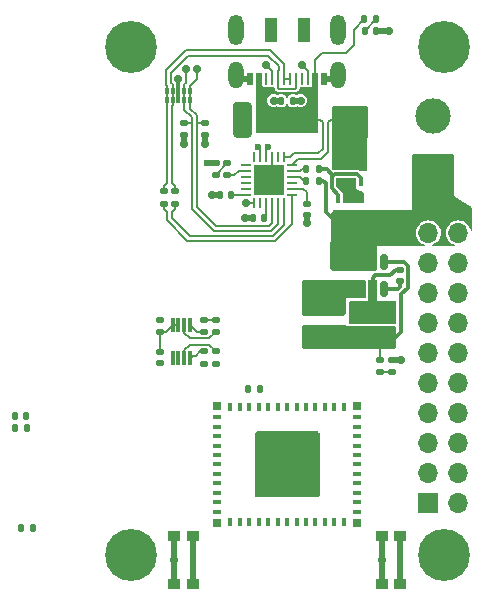
<source format=gbr>
%TF.GenerationSoftware,KiCad,Pcbnew,8.0.6*%
%TF.CreationDate,2024-11-24T23:38:19+01:00*%
%TF.ProjectId,ecad,65636164-2e6b-4696-9361-645f70636258,rev?*%
%TF.SameCoordinates,Original*%
%TF.FileFunction,Copper,L1,Top*%
%TF.FilePolarity,Positive*%
%FSLAX46Y46*%
G04 Gerber Fmt 4.6, Leading zero omitted, Abs format (unit mm)*
G04 Created by KiCad (PCBNEW 8.0.6) date 2024-11-24 23:38:19*
%MOMM*%
%LPD*%
G01*
G04 APERTURE LIST*
G04 Aperture macros list*
%AMRoundRect*
0 Rectangle with rounded corners*
0 $1 Rounding radius*
0 $2 $3 $4 $5 $6 $7 $8 $9 X,Y pos of 4 corners*
0 Add a 4 corners polygon primitive as box body*
4,1,4,$2,$3,$4,$5,$6,$7,$8,$9,$2,$3,0*
0 Add four circle primitives for the rounded corners*
1,1,$1+$1,$2,$3*
1,1,$1+$1,$4,$5*
1,1,$1+$1,$6,$7*
1,1,$1+$1,$8,$9*
0 Add four rect primitives between the rounded corners*
20,1,$1+$1,$2,$3,$4,$5,0*
20,1,$1+$1,$4,$5,$6,$7,0*
20,1,$1+$1,$6,$7,$8,$9,0*
20,1,$1+$1,$8,$9,$2,$3,0*%
%AMFreePoly0*
4,1,17,1.395000,0.765000,0.855000,0.765000,0.855000,0.535000,1.395000,0.535000,1.395000,0.115000,0.855000,0.115000,0.855000,-0.115000,1.395000,-0.115000,1.395000,-0.535000,0.855000,-0.535000,0.855000,-0.765000,1.395000,-0.765000,1.395000,-1.185000,-0.855000,-1.185000,-0.855000,1.185000,1.395000,1.185000,1.395000,0.765000,1.395000,0.765000,$1*%
%AMFreePoly1*
4,1,6,0.725000,-0.725000,-0.725000,-0.725000,-0.725000,0.125000,-0.125000,0.725000,0.725000,0.725000,0.725000,-0.725000,0.725000,-0.725000,$1*%
G04 Aperture macros list end*
%TA.AperFunction,SMDPad,CuDef*%
%ADD10RoundRect,0.062500X-0.062500X0.375000X-0.062500X-0.375000X0.062500X-0.375000X0.062500X0.375000X0*%
%TD*%
%TA.AperFunction,SMDPad,CuDef*%
%ADD11RoundRect,0.062500X-0.375000X0.062500X-0.375000X-0.062500X0.375000X-0.062500X0.375000X0.062500X0*%
%TD*%
%TA.AperFunction,HeatsinkPad*%
%ADD12R,2.600000X2.600000*%
%TD*%
%TA.AperFunction,SMDPad,CuDef*%
%ADD13RoundRect,0.135000X-0.135000X-0.185000X0.135000X-0.185000X0.135000X0.185000X-0.135000X0.185000X0*%
%TD*%
%TA.AperFunction,ComponentPad*%
%ADD14R,3.000000X3.000000*%
%TD*%
%TA.AperFunction,ComponentPad*%
%ADD15C,3.000000*%
%TD*%
%TA.AperFunction,SMDPad,CuDef*%
%ADD16RoundRect,0.147500X0.147500X0.172500X-0.147500X0.172500X-0.147500X-0.172500X0.147500X-0.172500X0*%
%TD*%
%TA.AperFunction,SMDPad,CuDef*%
%ADD17RoundRect,0.250000X0.250000X0.475000X-0.250000X0.475000X-0.250000X-0.475000X0.250000X-0.475000X0*%
%TD*%
%TA.AperFunction,SMDPad,CuDef*%
%ADD18RoundRect,0.135000X0.185000X-0.135000X0.185000X0.135000X-0.185000X0.135000X-0.185000X-0.135000X0*%
%TD*%
%TA.AperFunction,SMDPad,CuDef*%
%ADD19RoundRect,0.250000X0.475000X-0.250000X0.475000X0.250000X-0.475000X0.250000X-0.475000X-0.250000X0*%
%TD*%
%TA.AperFunction,SMDPad,CuDef*%
%ADD20RoundRect,0.135000X-0.185000X0.135000X-0.185000X-0.135000X0.185000X-0.135000X0.185000X0.135000X0*%
%TD*%
%TA.AperFunction,SMDPad,CuDef*%
%ADD21RoundRect,0.135000X0.135000X0.185000X-0.135000X0.185000X-0.135000X-0.185000X0.135000X-0.185000X0*%
%TD*%
%TA.AperFunction,ComponentPad*%
%ADD22C,2.600000*%
%TD*%
%TA.AperFunction,ConnectorPad*%
%ADD23C,4.400000*%
%TD*%
%TA.AperFunction,SMDPad,CuDef*%
%ADD24RoundRect,0.250000X-0.475000X0.250000X-0.475000X-0.250000X0.475000X-0.250000X0.475000X0.250000X0*%
%TD*%
%TA.AperFunction,SMDPad,CuDef*%
%ADD25RoundRect,0.140000X0.140000X0.170000X-0.140000X0.170000X-0.140000X-0.170000X0.140000X-0.170000X0*%
%TD*%
%TA.AperFunction,SMDPad,CuDef*%
%ADD26RoundRect,0.105000X0.105000X-0.245000X0.105000X0.245000X-0.105000X0.245000X-0.105000X-0.245000X0*%
%TD*%
%TA.AperFunction,SMDPad,CuDef*%
%ADD27FreePoly0,90.000000*%
%TD*%
%TA.AperFunction,SMDPad,CuDef*%
%ADD28RoundRect,0.147500X-0.172500X0.147500X-0.172500X-0.147500X0.172500X-0.147500X0.172500X0.147500X0*%
%TD*%
%TA.AperFunction,SMDPad,CuDef*%
%ADD29RoundRect,0.075000X-0.075000X-0.200000X0.075000X-0.200000X0.075000X0.200000X-0.075000X0.200000X0*%
%TD*%
%TA.AperFunction,SMDPad,CuDef*%
%ADD30RoundRect,0.140000X-0.170000X0.140000X-0.170000X-0.140000X0.170000X-0.140000X0.170000X0.140000X0*%
%TD*%
%TA.AperFunction,SMDPad,CuDef*%
%ADD31RoundRect,0.140000X0.170000X-0.140000X0.170000X0.140000X-0.170000X0.140000X-0.170000X-0.140000X0*%
%TD*%
%TA.AperFunction,SMDPad,CuDef*%
%ADD32RoundRect,0.105000X-0.105000X0.245000X-0.105000X-0.245000X0.105000X-0.245000X0.105000X0.245000X0*%
%TD*%
%TA.AperFunction,SMDPad,CuDef*%
%ADD33FreePoly0,270.000000*%
%TD*%
%TA.AperFunction,SMDPad,CuDef*%
%ADD34R,0.800000X0.400000*%
%TD*%
%TA.AperFunction,SMDPad,CuDef*%
%ADD35R,0.400000X0.800000*%
%TD*%
%TA.AperFunction,SMDPad,CuDef*%
%ADD36FreePoly1,180.000000*%
%TD*%
%TA.AperFunction,SMDPad,CuDef*%
%ADD37R,1.450000X1.450000*%
%TD*%
%TA.AperFunction,SMDPad,CuDef*%
%ADD38R,0.700000X0.700000*%
%TD*%
%TA.AperFunction,SMDPad,CuDef*%
%ADD39RoundRect,0.150000X-0.150000X0.512500X-0.150000X-0.512500X0.150000X-0.512500X0.150000X0.512500X0*%
%TD*%
%TA.AperFunction,SMDPad,CuDef*%
%ADD40RoundRect,0.140000X-0.140000X-0.170000X0.140000X-0.170000X0.140000X0.170000X-0.140000X0.170000X0*%
%TD*%
%TA.AperFunction,SMDPad,CuDef*%
%ADD41RoundRect,0.250000X-0.312500X-0.625000X0.312500X-0.625000X0.312500X0.625000X-0.312500X0.625000X0*%
%TD*%
%TA.AperFunction,SMDPad,CuDef*%
%ADD42R,3.400000X1.300000*%
%TD*%
%TA.AperFunction,SMDPad,CuDef*%
%ADD43RoundRect,0.087500X0.087500X-0.537500X0.087500X0.537500X-0.087500X0.537500X-0.087500X-0.537500X0*%
%TD*%
%TA.AperFunction,SMDPad,CuDef*%
%ADD44R,1.000000X0.900000*%
%TD*%
%TA.AperFunction,SMDPad,CuDef*%
%ADD45R,1.000000X2.000000*%
%TD*%
%TA.AperFunction,SMDPad,CuDef*%
%ADD46R,0.520000X1.000000*%
%TD*%
%TA.AperFunction,SMDPad,CuDef*%
%ADD47R,0.270000X1.000000*%
%TD*%
%TA.AperFunction,ComponentPad*%
%ADD48O,1.300000X2.300000*%
%TD*%
%TA.AperFunction,ComponentPad*%
%ADD49O,1.300000X2.600000*%
%TD*%
%TA.AperFunction,ComponentPad*%
%ADD50R,1.700000X1.700000*%
%TD*%
%TA.AperFunction,ComponentPad*%
%ADD51O,1.700000X1.700000*%
%TD*%
%TA.AperFunction,ViaPad*%
%ADD52C,0.700000*%
%TD*%
%TA.AperFunction,ViaPad*%
%ADD53C,0.600000*%
%TD*%
%TA.AperFunction,Conductor*%
%ADD54C,0.500000*%
%TD*%
%TA.AperFunction,Conductor*%
%ADD55C,0.200000*%
%TD*%
%TA.AperFunction,Conductor*%
%ADD56C,0.800000*%
%TD*%
%TA.AperFunction,Conductor*%
%ADD57C,0.300000*%
%TD*%
%TA.AperFunction,Conductor*%
%ADD58C,0.175000*%
%TD*%
G04 APERTURE END LIST*
D10*
%TO.P,U2,1,ISENP*%
%TO.N,Net-(U2-ISENP)*%
X104250000Y-159437500D03*
%TO.P,U2,2,NC*%
%TO.N,unconnected-(U2-NC-Pad2)*%
X103750000Y-159437500D03*
%TO.P,U2,3,GND*%
%TO.N,GND*%
X103250000Y-159437500D03*
%TO.P,U2,4,SDA*%
%TO.N,Net-(U2-SDA)*%
X102750000Y-159437500D03*
%TO.P,U2,5,SCL*%
%TO.N,Net-(U2-SCL)*%
X102250000Y-159437500D03*
%TO.P,U2,6,FLIP*%
%TO.N,unconnected-(U2-FLIP-Pad6)*%
X101750000Y-159437500D03*
D11*
%TO.P,U2,7,NC*%
%TO.N,unconnected-(U2-NC-Pad7)*%
X101062500Y-160125000D03*
%TO.P,U2,8,LED*%
%TO.N,Net-(U2-LED)*%
X101062500Y-160625000D03*
%TO.P,U2,9,INT*%
%TO.N,unconnected-(U2-INT-Pad9)*%
X101062500Y-161125000D03*
%TO.P,U2,10,NC*%
%TO.N,unconnected-(U2-NC-Pad10)*%
X101062500Y-161625000D03*
%TO.P,U2,11,NC*%
%TO.N,unconnected-(U2-NC-Pad11)*%
X101062500Y-162125000D03*
%TO.P,U2,12,V18*%
%TO.N,Net-(U2-V18)*%
X101062500Y-162625000D03*
D10*
%TO.P,U2,13,OTP*%
%TO.N,Net-(U2-OTP)*%
X101750000Y-163312500D03*
%TO.P,U2,14,NC*%
%TO.N,unconnected-(U2-NC-Pad14)*%
X102250000Y-163312500D03*
%TO.P,U2,15,IFB*%
%TO.N,Net-(U2-IFB)*%
X102750000Y-163312500D03*
%TO.P,U2,16,CC2*%
%TO.N,Net-(J1-CC2)*%
X103250000Y-163312500D03*
%TO.P,U2,17,CC1*%
%TO.N,Net-(J1-CC1)*%
X103750000Y-163312500D03*
%TO.P,U2,18,DN*%
%TO.N,DN*%
X104250000Y-163312500D03*
D11*
%TO.P,U2,19,DP*%
%TO.N,DP*%
X104937500Y-162625000D03*
%TO.P,U2,20,V5V*%
%TO.N,+5V*%
X104937500Y-162125000D03*
%TO.P,U2,21,NC*%
%TO.N,unconnected-(U2-NC-Pad21)*%
X104937500Y-161625000D03*
%TO.P,U2,22,VOUT*%
%TO.N,Net-(U2-VOUT)*%
X104937500Y-161125000D03*
%TO.P,U2,23,PWR_EN*%
%TO.N,Net-(U2-PWR_EN)*%
X104937500Y-160625000D03*
%TO.P,U2,24,VCC*%
%TO.N,Net-(Q2-D)*%
X104937500Y-160125000D03*
D12*
%TO.P,U2,25,GND*%
%TO.N,GND*%
X103000000Y-161375000D03*
%TD*%
D13*
%TO.P,R18,1*%
%TO.N,Net-(U6-GPIO8)*%
X101230000Y-179075000D03*
%TO.P,R18,2*%
%TO.N,+3V3*%
X102250000Y-179075000D03*
%TD*%
D14*
%TO.P,J3,1,Pin_1*%
%TO.N,VCC*%
X116900000Y-161015000D03*
D15*
%TO.P,J3,2,Pin_2*%
%TO.N,GND*%
X116900000Y-155935000D03*
%TD*%
D16*
%TO.P,D1,1,K*%
%TO.N,GND*%
X112085000Y-148775000D03*
%TO.P,D1,2,A*%
%TO.N,Net-(D1-A)*%
X111115000Y-148775000D03*
%TD*%
D17*
%TO.P,C1,1*%
%TO.N,Net-(U2-ISENP)*%
X102650000Y-156275000D03*
%TO.P,C1,2*%
%TO.N,GND*%
X100750000Y-156275000D03*
%TD*%
D18*
%TO.P,R8,1*%
%TO.N,Net-(U2-LED)*%
X99502500Y-160985000D03*
%TO.P,R8,2*%
%TO.N,Net-(D2-A)*%
X99502500Y-159965000D03*
%TD*%
D19*
%TO.P,C9,1*%
%TO.N,+3V3*%
X108700000Y-174225000D03*
%TO.P,C9,2*%
%TO.N,GND*%
X108700000Y-172325000D03*
%TD*%
D20*
%TO.P,R11,1*%
%TO.N,+5V*%
X98525000Y-173215000D03*
%TO.P,R11,2*%
%TO.N,Net-(U2-SCL)*%
X98525000Y-174235000D03*
%TD*%
%TO.P,R4,1*%
%TO.N,Net-(J1-CC1)*%
X95800000Y-156565000D03*
%TO.P,R4,2*%
%TO.N,GND*%
X95800000Y-157585000D03*
%TD*%
D21*
%TO.P,NTC1,1*%
%TO.N,Net-(U2-OTP)*%
X105060000Y-154675000D03*
%TO.P,NTC1,2*%
%TO.N,GND*%
X104040000Y-154675000D03*
%TD*%
D22*
%TO.P,H2,1*%
%TO.N,N/C*%
X91300000Y-193175000D03*
D23*
X91300000Y-193175000D03*
%TD*%
D24*
%TO.P,C4,1*%
%TO.N,VCC*%
X109000000Y-168525000D03*
%TO.P,C4,2*%
%TO.N,GND*%
X109000000Y-170425000D03*
%TD*%
D21*
%TO.P,R9,1*%
%TO.N,VCC*%
X107209999Y-161475000D03*
%TO.P,R9,2*%
%TO.N,Net-(U2-VOUT)*%
X106190001Y-161475000D03*
%TD*%
D20*
%TO.P,R15,1*%
%TO.N,+3V3*%
X112450000Y-176615000D03*
%TO.P,R15,2*%
%TO.N,Net-(D3-A)*%
X112450000Y-177635000D03*
%TD*%
D25*
%TO.P,C2,1*%
%TO.N,Net-(U2-V18)*%
X99830000Y-162625000D03*
%TO.P,C2,2*%
%TO.N,GND*%
X98870000Y-162625000D03*
%TD*%
D26*
%TO.P,Q2,1,S*%
%TO.N,Net-(Q1-S-Pad1)*%
X108875000Y-161605000D03*
%TO.P,Q2,2,S*%
X109525000Y-161605000D03*
%TO.P,Q2,3,S*%
X110175000Y-161605000D03*
%TO.P,Q2,4,G*%
%TO.N,Net-(Q1-G)*%
X110825000Y-161605000D03*
D27*
%TO.P,Q2,5,D*%
%TO.N,Net-(Q2-D)*%
X109850000Y-159650000D03*
%TD*%
D20*
%TO.P,R1,1*%
%TO.N,D-*%
X95100000Y-162365000D03*
%TO.P,R1,2*%
%TO.N,DN*%
X95100000Y-163385000D03*
%TD*%
D28*
%TO.P,D2,1,K*%
%TO.N,GND*%
X98502500Y-159990000D03*
%TO.P,D2,2,A*%
%TO.N,Net-(D2-A)*%
X98502500Y-160960000D03*
%TD*%
D29*
%TO.P,U1,1,IO1*%
%TO.N,D+*%
X94350000Y-154660000D03*
%TO.P,U1,2,IO2*%
%TO.N,D-*%
X94850000Y-154660000D03*
%TO.P,U1,3,G*%
%TO.N,GND*%
X95350000Y-154660000D03*
%TO.P,U1,4,IO3*%
%TO.N,Net-(J1-CC1)*%
X95850000Y-154660000D03*
%TO.P,U1,5,IO4*%
%TO.N,Net-(J1-CC2)*%
X96350000Y-154660000D03*
%TO.P,U1,6,NC*%
X96350000Y-153890000D03*
%TO.P,U1,7,NC*%
%TO.N,Net-(J1-CC1)*%
X95850000Y-153890000D03*
%TO.P,U1,8,G*%
%TO.N,GND*%
X95350000Y-153890000D03*
%TO.P,U1,9,NC*%
%TO.N,D-*%
X94850000Y-153890000D03*
%TO.P,U1,10,NC*%
%TO.N,D+*%
X94350000Y-153890000D03*
%TD*%
D30*
%TO.P,C5,1*%
%TO.N,+5V*%
X106200000Y-163395000D03*
%TO.P,C5,2*%
%TO.N,GND*%
X106200000Y-164355000D03*
%TD*%
D13*
%TO.P,R17,1*%
%TO.N,Net-(U6-GPIO2{slash}ADC1_CH2)*%
X81990000Y-190875000D03*
%TO.P,R17,2*%
%TO.N,+3V3*%
X83010000Y-190875000D03*
%TD*%
%TO.P,R3,1*%
%TO.N,Net-(U2-ISENP)*%
X111090000Y-147775000D03*
%TO.P,R3,2*%
%TO.N,Net-(D1-A)*%
X112110000Y-147775000D03*
%TD*%
D22*
%TO.P,H4,1*%
%TO.N,N/C*%
X91300000Y-150175000D03*
D23*
X91300000Y-150175000D03*
%TD*%
D20*
%TO.P,R2,1*%
%TO.N,D+*%
X94110000Y-162365000D03*
%TO.P,R2,2*%
%TO.N,DP*%
X94110000Y-163385000D03*
%TD*%
D31*
%TO.P,C8,1*%
%TO.N,Net-(U3-BST)*%
X114100000Y-169955000D03*
%TO.P,C8,2*%
%TO.N,Net-(U3-SW)*%
X114100000Y-168995000D03*
%TD*%
D25*
%TO.P,C3,1*%
%TO.N,Net-(U2-IFB)*%
X102630000Y-164575000D03*
%TO.P,C3,2*%
%TO.N,GND*%
X101670000Y-164575000D03*
%TD*%
D28*
%TO.P,D3,1,K*%
%TO.N,GND*%
X113450000Y-176640000D03*
%TO.P,D3,2,A*%
%TO.N,Net-(D3-A)*%
X113450000Y-177610000D03*
%TD*%
D22*
%TO.P,H3,1*%
%TO.N,N/C*%
X117800000Y-150175000D03*
D23*
X117800000Y-150175000D03*
%TD*%
D18*
%TO.P,R13,1*%
%TO.N,+3V3*%
X98525000Y-176935000D03*
%TO.P,R13,2*%
%TO.N,Net-(U4-SCL1)*%
X98525000Y-175915000D03*
%TD*%
D22*
%TO.P,H1,1*%
%TO.N,N/C*%
X117800000Y-193175000D03*
D23*
X117800000Y-193175000D03*
%TD*%
D32*
%TO.P,Q1,1,S*%
%TO.N,Net-(Q1-S-Pad1)*%
X110825000Y-162995000D03*
%TO.P,Q1,2,S*%
X110175000Y-162995000D03*
%TO.P,Q1,3,S*%
X109525000Y-162995000D03*
%TO.P,Q1,4,G*%
%TO.N,Net-(Q1-G)*%
X108875000Y-162995000D03*
D33*
%TO.P,Q1,5,D*%
%TO.N,VCC*%
X109850000Y-164950000D03*
%TD*%
D34*
%TO.P,U6,1,GND*%
%TO.N,GND*%
X110450000Y-189475000D03*
%TO.P,U6,2,GND*%
X110450000Y-188675000D03*
%TO.P,U6,3,3V3*%
%TO.N,+3V3*%
X110450000Y-187875000D03*
%TO.P,U6,4,NC*%
%TO.N,unconnected-(U6-NC-Pad4)*%
X110450000Y-187075000D03*
%TO.P,U6,5,GPIO2/ADC1_CH2*%
%TO.N,Net-(U6-GPIO2{slash}ADC1_CH2)*%
X110450000Y-186275000D03*
%TO.P,U6,6,GPIO3/ADC1_CH3*%
%TO.N,RX*%
X110450000Y-185475000D03*
%TO.P,U6,7,NC*%
%TO.N,unconnected-(U6-NC-Pad7)*%
X110450000Y-184675000D03*
%TO.P,U6,8,EN/CHIP_PU*%
%TO.N,Net-(U6-EN{slash}CHIP_PU)*%
X110450000Y-183875000D03*
%TO.P,U6,9,NC*%
%TO.N,unconnected-(U6-NC-Pad9)*%
X110450000Y-183075000D03*
%TO.P,U6,10,NC*%
%TO.N,unconnected-(U6-NC-Pad10)*%
X110450000Y-182275000D03*
%TO.P,U6,11,GND*%
%TO.N,GND*%
X110450000Y-181475000D03*
D35*
%TO.P,U6,12,GPIO0*%
%TO.N,unconnected-(U6-GPIO0-Pad12)*%
X109350000Y-180575000D03*
%TO.P,U6,13,GPIO1*%
%TO.N,unconnected-(U6-GPIO1-Pad13)*%
X108550000Y-180575000D03*
%TO.P,U6,14,GND*%
%TO.N,GND*%
X107750000Y-180575000D03*
%TO.P,U6,15,NC*%
%TO.N,unconnected-(U6-NC-Pad15)*%
X106950000Y-180575000D03*
%TO.P,U6,16,GPIO10*%
%TO.N,unconnected-(U6-GPIO10-Pad16)*%
X106150000Y-180575000D03*
%TO.P,U6,17,NC*%
%TO.N,unconnected-(U6-NC-Pad17)*%
X105350000Y-180575000D03*
%TO.P,U6,18,GPIO4/ADC1_CH4*%
%TO.N,TX*%
X104550000Y-180575000D03*
%TO.P,U6,19,GPIO5/ADC2_CH0*%
%TO.N,Net-(U4-SDA1)*%
X103750000Y-180575000D03*
%TO.P,U6,20,GPIO6*%
%TO.N,Net-(U4-SCL1)*%
X102950000Y-180575000D03*
%TO.P,U6,21,GPIO7*%
%TO.N,unconnected-(U6-GPIO7-Pad21)*%
X102150000Y-180575000D03*
%TO.P,U6,22,GPIO8*%
%TO.N,Net-(U6-GPIO8)*%
X101350000Y-180575000D03*
%TO.P,U6,23,GPIO9*%
%TO.N,Net-(U6-GPIO9)*%
X100550000Y-180575000D03*
%TO.P,U6,24,NC*%
%TO.N,unconnected-(U6-NC-Pad24)*%
X99750000Y-180575000D03*
D34*
%TO.P,U6,25,NC*%
%TO.N,unconnected-(U6-NC-Pad25)*%
X98650000Y-181475000D03*
%TO.P,U6,26,GPIO18/USB_D-*%
%TO.N,DN*%
X98650000Y-182275000D03*
%TO.P,U6,27,GPIO19/USB_D+*%
%TO.N,DP*%
X98650000Y-183075000D03*
%TO.P,U6,28,NC*%
%TO.N,unconnected-(U6-NC-Pad28)*%
X98650000Y-183875000D03*
%TO.P,U6,29,NC*%
%TO.N,unconnected-(U6-NC-Pad29)*%
X98650000Y-184675000D03*
%TO.P,U6,30,GPIO20/U0RXD*%
%TO.N,unconnected-(U6-GPIO20{slash}U0RXD-Pad30)*%
X98650000Y-185475000D03*
%TO.P,U6,31,GPIO21/U0TXD*%
%TO.N,unconnected-(U6-GPIO21{slash}U0TXD-Pad31)*%
X98650000Y-186275000D03*
%TO.P,U6,32,NC*%
%TO.N,unconnected-(U6-NC-Pad32)*%
X98650000Y-187075000D03*
%TO.P,U6,33,NC*%
%TO.N,unconnected-(U6-NC-Pad33)*%
X98650000Y-187875000D03*
%TO.P,U6,34,NC*%
%TO.N,unconnected-(U6-NC-Pad34)*%
X98650000Y-188675000D03*
%TO.P,U6,35,NC*%
%TO.N,unconnected-(U6-NC-Pad35)*%
X98650000Y-189475000D03*
D35*
%TO.P,U6,36,GND*%
%TO.N,GND*%
X99750000Y-190375000D03*
%TO.P,U6,37,GND*%
X100550000Y-190375000D03*
%TO.P,U6,38,GND*%
X101350000Y-190375000D03*
%TO.P,U6,39,GND*%
X102150000Y-190375000D03*
%TO.P,U6,40,GND*%
X102950000Y-190375000D03*
%TO.P,U6,41,GND*%
X103750000Y-190375000D03*
%TO.P,U6,42,GND*%
X104550000Y-190375000D03*
%TO.P,U6,43,GND*%
X105350000Y-190375000D03*
%TO.P,U6,44,GND*%
X106150000Y-190375000D03*
%TO.P,U6,45,GND*%
X106950000Y-190375000D03*
%TO.P,U6,46,GND*%
X107750000Y-190375000D03*
%TO.P,U6,47,GND*%
X108550000Y-190375000D03*
%TO.P,U6,48,GND*%
X109350000Y-190375000D03*
D36*
%TO.P,U6,49,GND*%
X106525000Y-187450000D03*
D37*
X106525000Y-185475000D03*
X106525000Y-183500000D03*
X104550000Y-187450000D03*
X104550000Y-185475000D03*
X104550000Y-183500000D03*
X102575000Y-187450000D03*
X102575000Y-185475000D03*
X102575000Y-183500000D03*
D38*
%TO.P,U6,50,GND*%
X98600000Y-190425000D03*
%TO.P,U6,51,GND*%
X98600000Y-180525000D03*
%TO.P,U6,52,GND*%
X110500000Y-180525000D03*
%TO.P,U6,53,GND*%
X110500000Y-190425000D03*
%TD*%
D30*
%TO.P,C6,1*%
%TO.N,Net-(U4-EN)*%
X93775000Y-175945000D03*
%TO.P,C6,2*%
%TO.N,GND*%
X93775000Y-176905000D03*
%TD*%
D39*
%TO.P,U3,1,FB*%
%TO.N,+3V3*%
X112750000Y-168337500D03*
%TO.P,U3,2,EN*%
%TO.N,VCC*%
X111800000Y-168337500D03*
%TO.P,U3,3,IN*%
X110850000Y-168337500D03*
%TO.P,U3,4,GND*%
%TO.N,GND*%
X110850000Y-170612500D03*
%TO.P,U3,5,SW*%
%TO.N,Net-(U3-SW)*%
X111800000Y-170612500D03*
%TO.P,U3,6,BST*%
%TO.N,Net-(U3-BST)*%
X112750000Y-170612500D03*
%TD*%
D40*
%TO.P,C10,1*%
%TO.N,GND*%
X81520000Y-181375000D03*
%TO.P,C10,2*%
%TO.N,Net-(U6-EN{slash}CHIP_PU)*%
X82480000Y-181375000D03*
%TD*%
D41*
%TO.P,R6,1*%
%TO.N,Net-(U2-ISENP)*%
X106337500Y-156275000D03*
%TO.P,R6,2*%
%TO.N,Net-(Q2-D)*%
X109262500Y-156275000D03*
%TD*%
D20*
%TO.P,R5,1*%
%TO.N,Net-(J1-CC2)*%
X97600000Y-156565000D03*
%TO.P,R5,2*%
%TO.N,GND*%
X97600000Y-157585000D03*
%TD*%
D42*
%TO.P,L1,1*%
%TO.N,Net-(U3-SW)*%
X111800000Y-172625000D03*
%TO.P,L1,2*%
%TO.N,+3V3*%
X111800000Y-174725000D03*
%TD*%
D21*
%TO.P,R7,1*%
%TO.N,Net-(Q1-G)*%
X107209999Y-160475000D03*
%TO.P,R7,2*%
%TO.N,Net-(U2-PWR_EN)*%
X106190001Y-160475000D03*
%TD*%
D43*
%TO.P,U4,1,GND*%
%TO.N,GND*%
X94850000Y-176475000D03*
%TO.P,U4,2,VREF1*%
%TO.N,+3V3*%
X95350000Y-176475000D03*
%TO.P,U4,3,SCL1*%
%TO.N,Net-(U4-SCL1)*%
X95850000Y-176475000D03*
%TO.P,U4,4,SDA1*%
%TO.N,Net-(U4-SDA1)*%
X96350000Y-176475000D03*
%TO.P,U4,5,SDA2*%
%TO.N,Net-(U2-SDA)*%
X96350000Y-173675000D03*
%TO.P,U4,6,SCL2*%
%TO.N,Net-(U2-SCL)*%
X95850000Y-173675000D03*
%TO.P,U4,7,VREF2*%
%TO.N,Net-(U4-EN)*%
X95350000Y-173675000D03*
%TO.P,U4,8,EN*%
X94850000Y-173675000D03*
%TD*%
D18*
%TO.P,R14,1*%
%TO.N,+3V3*%
X97475000Y-176935000D03*
%TO.P,R14,2*%
%TO.N,Net-(U4-SDA1)*%
X97475000Y-175915000D03*
%TD*%
D13*
%TO.P,R16,1*%
%TO.N,+3V3*%
X81490000Y-182375000D03*
%TO.P,R16,2*%
%TO.N,Net-(U6-EN{slash}CHIP_PU)*%
X82510000Y-182375000D03*
%TD*%
D20*
%TO.P,R10,1*%
%TO.N,+5V*%
X97475000Y-173215000D03*
%TO.P,R10,2*%
%TO.N,Net-(U2-SDA)*%
X97475000Y-174235000D03*
%TD*%
D44*
%TO.P,SW2,1,1*%
%TO.N,GND*%
X94950000Y-195625000D03*
X94950000Y-191525000D03*
%TO.P,SW2,2,2*%
%TO.N,Net-(U6-GPIO9)*%
X96550000Y-195625000D03*
X96550000Y-191525000D03*
%TD*%
D45*
%TO.P,J1,*%
%TO.N,*%
X105950000Y-148660000D03*
X103150000Y-148660000D03*
D46*
%TO.P,J1,A1,GND*%
%TO.N,GND*%
X107650000Y-152860000D03*
%TO.P,J1,A4,VBUS*%
%TO.N,Net-(U2-ISENP)*%
X106900000Y-152860000D03*
D47*
%TO.P,J1,A5,CC1*%
%TO.N,Net-(J1-CC1)*%
X106300000Y-152860000D03*
%TO.P,J1,A6,D+*%
%TO.N,D+*%
X104800000Y-152860000D03*
%TO.P,J1,A7,D-*%
%TO.N,D-*%
X103800000Y-152860000D03*
%TO.P,J1,A8*%
%TO.N,N/C*%
X102800000Y-152860000D03*
D46*
%TO.P,J1,A9,VBUS*%
%TO.N,Net-(U2-ISENP)*%
X102200000Y-152860000D03*
%TO.P,J1,A12,GND*%
%TO.N,GND*%
X101450000Y-152860000D03*
%TO.P,J1,B1,GND*%
X101450000Y-152860000D03*
%TO.P,J1,B4,VBUS*%
%TO.N,Net-(U2-ISENP)*%
X102200000Y-152860000D03*
D47*
%TO.P,J1,B5,CC2*%
%TO.N,Net-(J1-CC2)*%
X103300000Y-152860000D03*
%TO.P,J1,B6,D+*%
%TO.N,D+*%
X104300000Y-152860000D03*
%TO.P,J1,B7,D-*%
%TO.N,D-*%
X105300000Y-152860000D03*
%TO.P,J1,B8*%
%TO.N,N/C*%
X105800000Y-152860000D03*
D46*
%TO.P,J1,B9,VBUS*%
%TO.N,Net-(U2-ISENP)*%
X106900000Y-152860000D03*
%TO.P,J1,B12,GND*%
%TO.N,GND*%
X107650000Y-152860000D03*
D48*
%TO.P,J1,S1,SHIELD*%
X108870000Y-152485000D03*
D49*
X108870000Y-148660000D03*
D48*
X100230000Y-152485000D03*
D49*
X100230000Y-148660000D03*
%TD*%
D44*
%TO.P,SW1,1,1*%
%TO.N,GND*%
X112550000Y-195625000D03*
X112550000Y-191525000D03*
%TO.P,SW1,2,2*%
%TO.N,Net-(U6-EN{slash}CHIP_PU)*%
X114150000Y-195625000D03*
X114150000Y-191525000D03*
%TD*%
D50*
%TO.P,J4,1,Pin_1*%
%TO.N,unconnected-(J4-Pin_1-Pad1)*%
X116510000Y-188725000D03*
D51*
%TO.P,J4,2,Pin_2*%
%TO.N,unconnected-(J4-Pin_2-Pad2)*%
X119050000Y-188725000D03*
%TO.P,J4,3,Pin_3*%
%TO.N,unconnected-(J4-Pin_3-Pad3)*%
X116510000Y-186185000D03*
%TO.P,J4,4,Pin_4*%
%TO.N,unconnected-(J4-Pin_4-Pad4)*%
X119050000Y-186185000D03*
%TO.P,J4,5,Pin_5*%
%TO.N,unconnected-(J4-Pin_5-Pad5)*%
X116510000Y-183645000D03*
%TO.P,J4,6,Pin_6*%
%TO.N,unconnected-(J4-Pin_6-Pad6)*%
X119050000Y-183645000D03*
%TO.P,J4,7,Pin_7*%
%TO.N,unconnected-(J4-Pin_7-Pad7)*%
X116510000Y-181105000D03*
%TO.P,J4,8,Pin_8*%
%TO.N,unconnected-(J4-Pin_8-Pad8)*%
X119050000Y-181105000D03*
%TO.P,J4,9,Pin_9*%
%TO.N,unconnected-(J4-Pin_9-Pad9)*%
X116510000Y-178565000D03*
%TO.P,J4,10,Pin_10*%
%TO.N,unconnected-(J4-Pin_10-Pad10)*%
X119050000Y-178565000D03*
%TO.P,J4,11,Pin_11*%
%TO.N,unconnected-(J4-Pin_11-Pad11)*%
X116510000Y-176025000D03*
%TO.P,J4,12,Pin_12*%
%TO.N,unconnected-(J4-Pin_12-Pad12)*%
X119050000Y-176025000D03*
%TO.P,J4,13,Pin_13*%
%TO.N,unconnected-(J4-Pin_13-Pad13)*%
X116510000Y-173485000D03*
%TO.P,J4,14,Pin_14*%
%TO.N,unconnected-(J4-Pin_14-Pad14)*%
X119050000Y-173485000D03*
%TO.P,J4,15,Pin_15*%
%TO.N,unconnected-(J4-Pin_15-Pad15)*%
X116510000Y-170945000D03*
%TO.P,J4,16,Pin_16*%
%TO.N,unconnected-(J4-Pin_16-Pad16)*%
X119050000Y-170945000D03*
%TO.P,J4,17,Pin_17*%
%TO.N,unconnected-(J4-Pin_17-Pad17)*%
X116510000Y-168405000D03*
%TO.P,J4,18,Pin_18*%
%TO.N,unconnected-(J4-Pin_18-Pad18)*%
X119050000Y-168405000D03*
%TO.P,J4,19,Pin_19*%
%TO.N,unconnected-(J4-Pin_19-Pad19)*%
X116510000Y-165865000D03*
%TO.P,J4,20,Pin_20*%
%TO.N,unconnected-(J4-Pin_20-Pad20)*%
X119050000Y-165865000D03*
%TD*%
D19*
%TO.P,C7,1*%
%TO.N,+3V3*%
X106600000Y-174225000D03*
%TO.P,C7,2*%
%TO.N,GND*%
X106600000Y-172325000D03*
%TD*%
D20*
%TO.P,R12,1*%
%TO.N,+5V*%
X93775000Y-173215000D03*
%TO.P,R12,2*%
%TO.N,Net-(U4-EN)*%
X93775000Y-174235000D03*
%TD*%
D52*
%TO.N,GND*%
X94950000Y-193575000D03*
X112550000Y-193575000D03*
D53*
X97800000Y-159975000D03*
D52*
X107800000Y-171375000D03*
X97600000Y-158325000D03*
X106200000Y-165025000D03*
X100350000Y-155125000D03*
X107000000Y-170275000D03*
X108600000Y-171375000D03*
X107800000Y-170275000D03*
X101150000Y-157425000D03*
X95349999Y-152878907D03*
X113200000Y-148775000D03*
X100350000Y-157425000D03*
X95800000Y-158325000D03*
X98165000Y-162625000D03*
X106200000Y-170275000D03*
X101150000Y-155125000D03*
X107000000Y-171375000D03*
X114200000Y-176625000D03*
X106200000Y-171375000D03*
X101000000Y-164575000D03*
X103400000Y-154675000D03*
%TO.N,+3V3*%
X107825000Y-175250000D03*
X107025000Y-175250000D03*
X108625000Y-175250000D03*
X106225000Y-175250000D03*
X109425000Y-175250000D03*
%TO.N,Net-(J1-CC2)*%
X96909620Y-152034620D03*
X102800000Y-151675000D03*
%TO.N,Net-(J1-CC1)*%
X96000000Y-152025000D03*
X105800000Y-151690000D03*
%TO.N,Net-(U2-OTP)*%
X105700000Y-154675000D03*
X101050000Y-163325000D03*
D53*
%TO.N,Net-(U2-SDA)*%
X102899994Y-158578458D03*
%TO.N,Net-(U2-SCL)*%
X102100000Y-158575000D03*
%TD*%
D54*
%TO.N,Net-(U6-EN{slash}CHIP_PU)*%
X114150000Y-195625000D02*
X114150000Y-191525000D01*
%TO.N,Net-(U6-GPIO9)*%
X96550000Y-195625000D02*
X96550000Y-191525000D01*
%TO.N,GND*%
X94950000Y-193575000D02*
X94950000Y-195625000D01*
X94950000Y-191525000D02*
X94950000Y-193575000D01*
X112550000Y-193575000D02*
X112550000Y-195625000D01*
X112550000Y-191525000D02*
X112550000Y-193575000D01*
X97815000Y-159990000D02*
X97800000Y-159975000D01*
X98502500Y-159990000D02*
X97815000Y-159990000D01*
D55*
%TO.N,Net-(U2-ISENP)*%
X107550000Y-158775000D02*
X107550000Y-156525000D01*
X107300000Y-156275000D02*
X106337500Y-156275000D01*
X110200000Y-149975000D02*
X109500000Y-150675000D01*
X107200000Y-159125000D02*
X107550000Y-158775000D01*
X104837500Y-159437500D02*
X105150000Y-159125000D01*
X109500000Y-150675000D02*
X107500000Y-150675000D01*
X104250000Y-159437500D02*
X104837500Y-159437500D01*
X111090000Y-147775000D02*
X110200000Y-148665000D01*
X110200000Y-148665000D02*
X110200000Y-149975000D01*
X107550000Y-156525000D02*
X107300000Y-156275000D01*
X105150000Y-159125000D02*
X107200000Y-159125000D01*
X107500000Y-150675000D02*
X106900000Y-151275000D01*
X106900000Y-151275000D02*
X106900000Y-152860000D01*
D54*
%TO.N,GND*%
X104040000Y-154675000D02*
X103400000Y-154675000D01*
X100605000Y-152860000D02*
X100230000Y-152485000D01*
D56*
X101150000Y-157425000D02*
X101150000Y-156675000D01*
D54*
X95800000Y-157585000D02*
X95800000Y-158325000D01*
X98870000Y-162625000D02*
X98165000Y-162625000D01*
X97600000Y-157585000D02*
X97600000Y-158325000D01*
D56*
X100750000Y-155525000D02*
X100350000Y-155125000D01*
X100350000Y-157425000D02*
X101150000Y-157425000D01*
D57*
X95350000Y-152878908D02*
X95349999Y-152878907D01*
D55*
X95350000Y-153890000D02*
X95350000Y-154660000D01*
D54*
X101450000Y-152860000D02*
X100605000Y-152860000D01*
X113450000Y-176640000D02*
X114185000Y-176640000D01*
D56*
X101150000Y-155125000D02*
X101150000Y-155875000D01*
D55*
X103250000Y-161125000D02*
X103000000Y-161375000D01*
D54*
X108495000Y-152860000D02*
X108870000Y-152485000D01*
X112085000Y-148775000D02*
X113200000Y-148775000D01*
X107650000Y-152860000D02*
X108495000Y-152860000D01*
D56*
X100750000Y-156275000D02*
X100750000Y-155525000D01*
D55*
X112110000Y-148710000D02*
X112045000Y-148775000D01*
D54*
X101670000Y-164575000D02*
X101000000Y-164575000D01*
D56*
X101150000Y-155875000D02*
X100750000Y-156275000D01*
X100350000Y-155125000D02*
X100350000Y-157425000D01*
D54*
X106200000Y-164355000D02*
X106200000Y-165025000D01*
D56*
X101150000Y-156675000D02*
X100750000Y-156275000D01*
D57*
X95350000Y-154660000D02*
X95350000Y-152878908D01*
D56*
X100350000Y-155125000D02*
X101150000Y-155125000D01*
D55*
X103250000Y-159437500D02*
X103250000Y-161125000D01*
D56*
X101150000Y-155125000D02*
X101150000Y-157425000D01*
D54*
X114185000Y-176640000D02*
X114200000Y-176625000D01*
D55*
%TO.N,Net-(U2-V18)*%
X99830000Y-162625000D02*
X101062500Y-162625000D01*
%TO.N,Net-(U2-IFB)*%
X102750000Y-164455000D02*
X102750000Y-163312500D01*
X102630000Y-164575000D02*
X102750000Y-164455000D01*
D57*
%TO.N,VCC*%
X107815000Y-164105000D02*
X108660000Y-164950000D01*
X107615000Y-161475000D02*
X107815000Y-161675000D01*
X107815000Y-161675000D02*
X107815000Y-164105000D01*
X108660000Y-164950000D02*
X109850000Y-164950000D01*
X107209999Y-161475000D02*
X107615000Y-161475000D01*
D55*
%TO.N,+5V*%
X105900000Y-162125000D02*
X106200000Y-162425000D01*
X104937500Y-162125000D02*
X105900000Y-162125000D01*
D58*
X98525000Y-173215000D02*
X97475000Y-173215000D01*
D55*
X106200000Y-162425000D02*
X106200000Y-163395000D01*
D58*
%TO.N,Net-(U4-EN)*%
X93775000Y-174235000D02*
X94290000Y-174235000D01*
X94290000Y-174235000D02*
X94850000Y-173675000D01*
D55*
X93775000Y-175945000D02*
X93775000Y-174235000D01*
D58*
X95350000Y-173675000D02*
X94850000Y-173675000D01*
D57*
%TO.N,+3V3*%
X113750000Y-174725000D02*
X111800000Y-174725000D01*
X112750000Y-168337500D02*
X114449346Y-168337500D01*
X114449346Y-168337500D02*
X114760000Y-168648154D01*
X114200000Y-171082106D02*
X114200000Y-174275000D01*
X114760000Y-170522106D02*
X114200000Y-171082106D01*
D55*
X112450000Y-176615000D02*
X112450000Y-175375000D01*
D57*
X114760000Y-168648154D02*
X114760000Y-170522106D01*
D55*
X112450000Y-175375000D02*
X111800000Y-174725000D01*
D57*
X114200000Y-174275000D02*
X113750000Y-174725000D01*
%TO.N,Net-(U3-SW)*%
X111800000Y-169675000D02*
X112000000Y-169475000D01*
X113300000Y-169475000D02*
X113780000Y-168995000D01*
X113780000Y-168995000D02*
X114100000Y-168995000D01*
X111800000Y-170612500D02*
X111800000Y-169675000D01*
X112000000Y-169475000D02*
X113300000Y-169475000D01*
%TO.N,Net-(U3-BST)*%
X114100000Y-170475000D02*
X114100000Y-169955000D01*
X113962500Y-170612500D02*
X114100000Y-170475000D01*
X112750000Y-170612500D02*
X113962500Y-170612500D01*
D55*
%TO.N,Net-(D1-A)*%
X111115000Y-148770000D02*
X112110000Y-147775000D01*
X111115000Y-148775000D02*
X111115000Y-148770000D01*
%TO.N,Net-(D2-A)*%
X99497500Y-159965000D02*
X98502500Y-160960000D01*
X99600000Y-159965000D02*
X99595000Y-159965000D01*
%TO.N,Net-(D3-A)*%
X112450000Y-177635000D02*
X113425000Y-177635000D01*
X113425000Y-177635000D02*
X113450000Y-177610000D01*
%TO.N,Net-(J1-CC2)*%
X96900000Y-155925000D02*
X96900000Y-157175000D01*
X97600000Y-156565000D02*
X96900000Y-156565000D01*
X103250000Y-165075000D02*
X103250000Y-163312500D01*
X96900000Y-157175000D02*
X96900000Y-163709314D01*
X103300000Y-152175000D02*
X102800000Y-151675000D01*
X96350000Y-155375000D02*
X96900000Y-155925000D01*
X96350000Y-153890000D02*
X96350000Y-154660000D01*
X96350000Y-153425000D02*
X96350000Y-153890000D01*
X96909620Y-152865380D02*
X96350000Y-153425000D01*
X96900000Y-163709314D02*
X98490686Y-165300000D01*
X103025000Y-165300000D02*
X103250000Y-165075000D01*
X96909620Y-152034620D02*
X96909620Y-152865380D01*
X96350000Y-154660000D02*
X96350000Y-155375000D01*
X103300000Y-152860000D02*
X103300000Y-152175000D01*
X98490686Y-165300000D02*
X103025000Y-165300000D01*
%TO.N,DN*%
X95100000Y-163865001D02*
X95100000Y-163385000D01*
X94830000Y-164135001D02*
X95100000Y-163865001D01*
X94830000Y-164636800D02*
X96293200Y-166100000D01*
X104250000Y-165206800D02*
X104250000Y-163312500D01*
X103356800Y-166100000D02*
X104250000Y-165206800D01*
X94830000Y-164636800D02*
X94830000Y-164135001D01*
X96293200Y-166100000D02*
X103356800Y-166100000D01*
%TO.N,DP*%
X103543200Y-166550000D02*
X104937500Y-165155700D01*
X94380000Y-164823200D02*
X94380000Y-164135001D01*
X94380000Y-164823200D02*
X96106800Y-166550000D01*
X96106800Y-166550000D02*
X103543200Y-166550000D01*
X94110000Y-163865001D02*
X94110000Y-163385000D01*
X94380000Y-164135001D02*
X94110000Y-163865001D01*
X104937500Y-165155700D02*
X104937500Y-162625000D01*
%TO.N,Net-(J1-CC1)*%
X95850000Y-153890000D02*
X95850000Y-153298145D01*
X103750000Y-165141114D02*
X103750000Y-163312500D01*
X96000000Y-153148145D02*
X96000000Y-152025000D01*
X95850000Y-153890000D02*
X95850000Y-154660000D01*
X106300000Y-152875000D02*
X106300000Y-152190000D01*
X96500000Y-157175000D02*
X96500000Y-163875000D01*
X95850000Y-154660000D02*
X95850000Y-155440686D01*
X103191114Y-165700000D02*
X103750000Y-165141114D01*
X96500000Y-156090686D02*
X96500000Y-157175000D01*
X96500000Y-163875000D02*
X98325000Y-165700000D01*
X98325000Y-165700000D02*
X103191114Y-165700000D01*
X95850000Y-155440686D02*
X96500000Y-156090686D01*
X95800000Y-156565000D02*
X96500000Y-156565000D01*
X95850000Y-153298145D02*
X96000000Y-153148145D01*
X106300000Y-152190000D02*
X105800000Y-151690000D01*
%TO.N,Net-(U2-OTP)*%
X101750000Y-163312500D02*
X101062500Y-163312500D01*
D54*
X105060000Y-154675000D02*
X105700000Y-154675000D01*
D55*
X101062500Y-163312500D02*
X101050000Y-163325000D01*
%TO.N,Net-(Q2-D)*%
X105437500Y-159625000D02*
X107450000Y-159625000D01*
X108050000Y-156525000D02*
X108300000Y-156275000D01*
X108300000Y-156275000D02*
X109262500Y-156275000D01*
X108050000Y-159025000D02*
X108050000Y-156525000D01*
X107450000Y-159625000D02*
X108050000Y-159025000D01*
X104937500Y-160125000D02*
X105437500Y-159625000D01*
D57*
%TO.N,Net-(Q1-G)*%
X108875000Y-162995000D02*
X108875000Y-162625000D01*
X108315000Y-161168622D02*
X108454311Y-161029311D01*
X110825000Y-161258622D02*
X110825000Y-161605000D01*
X108315000Y-162065000D02*
X108315000Y-161675000D01*
X108315000Y-161675000D02*
X108315000Y-161168622D01*
X108454311Y-161029311D02*
X108578622Y-160905000D01*
X108578622Y-160905000D02*
X110471378Y-160905000D01*
X110471378Y-160905000D02*
X110825000Y-161258622D01*
X108875000Y-162625000D02*
X108315000Y-162065000D01*
X108454311Y-161029311D02*
X107900000Y-160475000D01*
X107900000Y-160475000D02*
X107209999Y-160475000D01*
D55*
%TO.N,D-*%
X103800000Y-152860000D02*
X103800000Y-153595000D01*
X94850000Y-155072501D02*
X94825000Y-155097501D01*
X94700000Y-152325000D02*
X94700000Y-153144239D01*
X103800000Y-152860000D02*
X103800000Y-152109999D01*
X103825000Y-151768200D02*
X102931800Y-150875000D01*
X96150000Y-150875000D02*
X94700000Y-152325000D01*
X95100000Y-161884999D02*
X94830000Y-161614999D01*
X94700000Y-153144239D02*
X94850000Y-153294239D01*
X105300000Y-153595000D02*
X105300000Y-152860000D01*
X102931800Y-150875000D02*
X96150000Y-150875000D01*
X94850000Y-154660000D02*
X94850000Y-155072501D01*
X103865000Y-153660000D02*
X105235000Y-153660000D01*
X94850000Y-153294239D02*
X94850000Y-153890000D01*
X94830000Y-161614999D02*
X94830000Y-158930000D01*
X94825000Y-155097501D02*
X94825000Y-158925000D01*
X103825000Y-152084999D02*
X103825000Y-151768200D01*
X105235000Y-153660000D02*
X105300000Y-153595000D01*
X103800000Y-153595000D02*
X103865000Y-153660000D01*
X103800000Y-152109999D02*
X103825000Y-152084999D01*
X94850000Y-153890000D02*
X94850000Y-154660000D01*
X94830000Y-158930000D02*
X94825000Y-158925000D01*
X95100000Y-162365000D02*
X95100000Y-161884999D01*
%TO.N,D+*%
X103118200Y-150425000D02*
X95956800Y-150425000D01*
X94300000Y-153309925D02*
X94350000Y-153359925D01*
X94350000Y-155072501D02*
X94350000Y-154660000D01*
X94375000Y-161619999D02*
X94375000Y-155097501D01*
X104275000Y-151581800D02*
X103118200Y-150425000D01*
X94350000Y-153890000D02*
X94350000Y-154660000D01*
X94110000Y-161884999D02*
X94375000Y-161619999D01*
X94350000Y-153359925D02*
X94350000Y-153890000D01*
X104300000Y-152860000D02*
X104800000Y-152860000D01*
X95956800Y-150425000D02*
X94300000Y-152081800D01*
X94300000Y-152081800D02*
X94300000Y-153309925D01*
X104300000Y-152860000D02*
X104300000Y-152109999D01*
X94110000Y-162365000D02*
X94110000Y-161884999D01*
X104300000Y-152109999D02*
X104275000Y-152084999D01*
X104275000Y-152084999D02*
X104275000Y-151581800D01*
X94375000Y-155097501D02*
X94350000Y-155072501D01*
%TO.N,Net-(U2-PWR_EN)*%
X106190001Y-160475000D02*
X105800000Y-160475000D01*
X105650000Y-160625000D02*
X104937500Y-160625000D01*
X105800000Y-160475000D02*
X105650000Y-160625000D01*
%TO.N,Net-(U2-LED)*%
X100090000Y-160985000D02*
X100450000Y-160625000D01*
X100450000Y-160625000D02*
X101062500Y-160625000D01*
X99600000Y-160985000D02*
X100090000Y-160985000D01*
%TO.N,Net-(U2-VOUT)*%
X105650000Y-161125000D02*
X106000000Y-161475000D01*
X104937500Y-161125000D02*
X105650000Y-161125000D01*
X106000000Y-161475000D02*
X106190001Y-161475000D01*
D58*
%TO.N,Net-(U2-SDA)*%
X96910000Y-174235000D02*
X96350000Y-173675000D01*
X97475000Y-174235000D02*
X96910000Y-174235000D01*
D55*
X102750000Y-158728452D02*
X102899994Y-158578458D01*
X102750000Y-159437500D02*
X102750000Y-158728452D01*
%TO.N,Net-(U2-SCL)*%
X102250000Y-159437500D02*
X102250000Y-158725000D01*
X97955000Y-174805000D02*
X96304568Y-174805000D01*
X96304568Y-174805000D02*
X95850000Y-174350432D01*
X102250000Y-158725000D02*
X102100000Y-158575000D01*
X98525000Y-174235000D02*
X97955000Y-174805000D01*
X95850000Y-174350432D02*
X95850000Y-173675000D01*
%TO.N,Net-(U4-SCL1)*%
X95850000Y-175799568D02*
X95850000Y-176475000D01*
X97955000Y-175345000D02*
X96304568Y-175345000D01*
X98525000Y-175915000D02*
X97955000Y-175345000D01*
X96304568Y-175345000D02*
X95850000Y-175799568D01*
%TO.N,Net-(U4-SDA1)*%
X97475000Y-175915000D02*
X97160000Y-175915000D01*
X96800000Y-176275000D02*
X96550000Y-176275000D01*
X96550000Y-176275000D02*
X96350000Y-176475000D01*
X97160000Y-175915000D02*
X96800000Y-176275000D01*
%TD*%
%TA.AperFunction,Conductor*%
%TO.N,Net-(Q2-D)*%
G36*
X111346818Y-155173013D02*
G01*
X111364831Y-155216500D01*
X111364831Y-155216669D01*
X111350168Y-160563669D01*
X111332036Y-160607106D01*
X111288668Y-160625000D01*
X110703883Y-160625000D01*
X110673134Y-160616761D01*
X110606666Y-160578386D01*
X110606663Y-160578385D01*
X110606661Y-160578384D01*
X110517524Y-160554500D01*
X110517522Y-160554500D01*
X108532478Y-160554500D01*
X108532476Y-160554500D01*
X108521584Y-160557418D01*
X108474917Y-160551272D01*
X108462182Y-160541500D01*
X108368013Y-160447331D01*
X108350000Y-160403844D01*
X108350000Y-155216500D01*
X108368013Y-155173013D01*
X108411500Y-155155000D01*
X111303331Y-155155000D01*
X111346818Y-155173013D01*
G37*
%TD.AperFunction*%
%TD*%
%TA.AperFunction,Conductor*%
%TO.N,GND*%
G36*
X111168013Y-169893013D02*
G01*
X111176487Y-169901487D01*
X111194500Y-169944974D01*
X111194500Y-171305026D01*
X111176487Y-171348513D01*
X111168013Y-171356987D01*
X111124526Y-171375000D01*
X109500000Y-171375000D01*
X109500000Y-171525000D01*
X109500000Y-172699526D01*
X109481987Y-172743013D01*
X109368013Y-172856987D01*
X109324526Y-172875000D01*
X105975474Y-172875000D01*
X105931987Y-172856987D01*
X105818013Y-172743013D01*
X105800000Y-172699526D01*
X105800000Y-170050474D01*
X105818013Y-170006987D01*
X105931987Y-169893013D01*
X105975474Y-169875000D01*
X111124526Y-169875000D01*
X111168013Y-169893013D01*
G37*
%TD.AperFunction*%
%TD*%
%TA.AperFunction,Conductor*%
%TO.N,Net-(U3-SW)*%
G36*
X112181987Y-169893013D02*
G01*
X112200000Y-169936500D01*
X112200000Y-171675000D01*
X113738500Y-171675000D01*
X113781987Y-171693013D01*
X113800000Y-171736500D01*
X113800000Y-173513500D01*
X113781987Y-173556987D01*
X113738500Y-173575000D01*
X109861500Y-173575000D01*
X109818013Y-173556987D01*
X109800000Y-173513500D01*
X109800000Y-171736500D01*
X109818013Y-171693013D01*
X109861500Y-171675000D01*
X111400000Y-171675000D01*
X111400000Y-169936500D01*
X111418013Y-169893013D01*
X111461500Y-169875000D01*
X112138500Y-169875000D01*
X112181987Y-169893013D01*
G37*
%TD.AperFunction*%
%TD*%
%TA.AperFunction,Conductor*%
%TO.N,Net-(Q1-S-Pad1)*%
G36*
X110344209Y-161273513D02*
G01*
X110381987Y-161311291D01*
X110400000Y-161354778D01*
X110400000Y-162150000D01*
X111014626Y-162438401D01*
X111046341Y-162473179D01*
X111050000Y-162494075D01*
X111050000Y-163313500D01*
X111031987Y-163356987D01*
X110988500Y-163375000D01*
X109361500Y-163375000D01*
X109318013Y-163356987D01*
X109300000Y-163313500D01*
X109300000Y-162454999D01*
X109125511Y-162374466D01*
X109107796Y-162362114D01*
X108683513Y-161937831D01*
X108665500Y-161894344D01*
X108665500Y-161339278D01*
X108683513Y-161295791D01*
X108705791Y-161273513D01*
X108749278Y-161255500D01*
X110300722Y-161255500D01*
X110344209Y-161273513D01*
G37*
%TD.AperFunction*%
%TD*%
%TA.AperFunction,Conductor*%
%TO.N,VCC*%
G36*
X118568013Y-159193013D02*
G01*
X118681987Y-159306987D01*
X118700000Y-159350474D01*
X118700000Y-162625001D01*
X118699999Y-162625001D01*
X118700000Y-162625002D01*
X118700000Y-162775000D01*
X119450000Y-163225000D01*
X120057483Y-163589490D01*
X120079359Y-163611925D01*
X120192017Y-163810900D01*
X120200000Y-163841201D01*
X120200000Y-165622581D01*
X120181987Y-165666068D01*
X120138500Y-165684081D01*
X120095013Y-165666068D01*
X120079648Y-165640433D01*
X120025233Y-165461049D01*
X120025232Y-165461048D01*
X120025232Y-165461046D01*
X119973500Y-165364264D01*
X119927685Y-165278549D01*
X119927684Y-165278548D01*
X119796411Y-165118590D01*
X119796409Y-165118588D01*
X119636451Y-164987315D01*
X119636450Y-164987314D01*
X119453950Y-164889766D01*
X119255933Y-164829699D01*
X119050000Y-164809417D01*
X118844066Y-164829699D01*
X118646049Y-164889766D01*
X118463549Y-164987314D01*
X118463548Y-164987315D01*
X118303590Y-165118588D01*
X118303588Y-165118590D01*
X118172315Y-165278548D01*
X118172314Y-165278549D01*
X118074766Y-165461049D01*
X118014699Y-165659066D01*
X117994417Y-165865000D01*
X118014699Y-166070933D01*
X118074766Y-166268950D01*
X118172314Y-166451450D01*
X118172315Y-166451451D01*
X118303588Y-166611409D01*
X118303590Y-166611411D01*
X118463548Y-166742684D01*
X118463549Y-166742685D01*
X118549264Y-166788500D01*
X118646046Y-166840232D01*
X118646048Y-166840232D01*
X118646049Y-166840233D01*
X118693569Y-166854648D01*
X118729955Y-166884509D01*
X118734569Y-166931352D01*
X118704708Y-166967738D01*
X118675717Y-166975000D01*
X116884283Y-166975000D01*
X116840796Y-166956987D01*
X116822783Y-166913500D01*
X116840796Y-166870013D01*
X116866431Y-166854648D01*
X116904786Y-166843013D01*
X116913954Y-166840232D01*
X117096450Y-166742685D01*
X117256410Y-166611410D01*
X117387685Y-166451450D01*
X117485232Y-166268954D01*
X117545300Y-166070934D01*
X117565583Y-165865000D01*
X117545300Y-165659066D01*
X117485232Y-165461046D01*
X117433500Y-165364264D01*
X117387685Y-165278549D01*
X117387684Y-165278548D01*
X117256411Y-165118590D01*
X117256409Y-165118588D01*
X117096451Y-164987315D01*
X117096450Y-164987314D01*
X116913950Y-164889766D01*
X116715933Y-164829699D01*
X116510000Y-164809417D01*
X116304066Y-164829699D01*
X116106049Y-164889766D01*
X115923549Y-164987314D01*
X115923548Y-164987315D01*
X115763590Y-165118588D01*
X115763588Y-165118590D01*
X115632315Y-165278548D01*
X115632314Y-165278549D01*
X115534766Y-165461049D01*
X115474699Y-165659066D01*
X115454417Y-165865000D01*
X115474699Y-166070933D01*
X115534766Y-166268950D01*
X115632314Y-166451450D01*
X115632315Y-166451451D01*
X115763588Y-166611409D01*
X115763590Y-166611411D01*
X115923548Y-166742684D01*
X115923549Y-166742685D01*
X116009264Y-166788500D01*
X116106046Y-166840232D01*
X116106048Y-166840232D01*
X116106049Y-166840233D01*
X116153569Y-166854648D01*
X116189955Y-166884509D01*
X116194569Y-166931352D01*
X116164708Y-166967738D01*
X116135717Y-166975000D01*
X115200000Y-166975000D01*
X114500000Y-166975000D01*
X112200000Y-166975000D01*
X112200000Y-167125000D01*
X112200000Y-168899526D01*
X112181987Y-168943013D01*
X112068013Y-169056987D01*
X112024526Y-169075000D01*
X108375474Y-169075000D01*
X108331987Y-169056987D01*
X108218013Y-168943013D01*
X108200000Y-168899526D01*
X108200000Y-166650474D01*
X108218013Y-166606987D01*
X108250000Y-166575000D01*
X108300000Y-166575000D01*
X108300000Y-164150474D01*
X108318013Y-164106987D01*
X108431987Y-163993013D01*
X108475474Y-163975000D01*
X114950000Y-163975000D01*
X115100000Y-163975000D01*
X115100000Y-159350474D01*
X115118013Y-159306987D01*
X115231987Y-159193013D01*
X115275474Y-159175000D01*
X118524526Y-159175000D01*
X118568013Y-159193013D01*
G37*
%TD.AperFunction*%
%TD*%
%TA.AperFunction,Conductor*%
%TO.N,+3V3*%
G36*
X109455513Y-173668013D02*
G01*
X109500000Y-173712500D01*
X109500000Y-173775000D01*
X113624526Y-173775000D01*
X113668013Y-173793013D01*
X113781987Y-173906987D01*
X113800000Y-173950474D01*
X113800000Y-175499526D01*
X113781987Y-175543013D01*
X113668013Y-175656987D01*
X113624526Y-175675000D01*
X105975474Y-175675000D01*
X105931987Y-175656987D01*
X105818013Y-175543013D01*
X105800000Y-175499526D01*
X105800000Y-173825474D01*
X105818013Y-173781987D01*
X105931987Y-173668013D01*
X105975474Y-173650000D01*
X109412026Y-173650000D01*
X109455513Y-173668013D01*
G37*
%TD.AperFunction*%
%TD*%
%TA.AperFunction,Conductor*%
%TO.N,Net-(U2-ISENP)*%
G36*
X102446487Y-152343013D02*
G01*
X102464500Y-152386500D01*
X102464500Y-153379751D01*
X102476131Y-153438224D01*
X102476132Y-153438228D01*
X102476133Y-153438231D01*
X102520448Y-153504552D01*
X102586769Y-153548867D01*
X102645248Y-153560499D01*
X102645249Y-153560500D01*
X102645252Y-153560500D01*
X102954751Y-153560500D01*
X102954751Y-153560499D01*
X102993560Y-153552779D01*
X103013227Y-153548868D01*
X103013227Y-153548867D01*
X103013231Y-153548867D01*
X103015829Y-153547130D01*
X103061992Y-153537943D01*
X103084167Y-153547128D01*
X103086769Y-153548867D01*
X103086771Y-153548867D01*
X103086772Y-153548868D01*
X103125581Y-153556587D01*
X103145248Y-153560499D01*
X103145249Y-153560500D01*
X103438000Y-153560500D01*
X103481487Y-153578513D01*
X103499500Y-153622000D01*
X103499500Y-153634564D01*
X103519977Y-153710984D01*
X103519979Y-153710989D01*
X103557506Y-153775988D01*
X103559540Y-153779511D01*
X103624540Y-153844511D01*
X103680489Y-153900460D01*
X103749011Y-153940021D01*
X103749015Y-153940022D01*
X103825436Y-153960500D01*
X103825438Y-153960500D01*
X105274563Y-153960500D01*
X105308257Y-153951471D01*
X105350989Y-153940021D01*
X105419511Y-153900460D01*
X105475460Y-153844511D01*
X105540460Y-153779511D01*
X105542494Y-153775988D01*
X105580021Y-153710989D01*
X105587967Y-153681332D01*
X105600500Y-153634564D01*
X105600500Y-153622000D01*
X105618513Y-153578513D01*
X105662000Y-153560500D01*
X105954751Y-153560500D01*
X105954751Y-153560499D01*
X105993560Y-153552779D01*
X106013227Y-153548868D01*
X106013227Y-153548867D01*
X106013231Y-153548867D01*
X106015829Y-153547130D01*
X106061992Y-153537943D01*
X106084167Y-153547128D01*
X106086769Y-153548867D01*
X106086771Y-153548867D01*
X106086772Y-153548868D01*
X106125581Y-153556587D01*
X106145248Y-153560499D01*
X106145249Y-153560500D01*
X106145252Y-153560500D01*
X106454751Y-153560500D01*
X106454751Y-153560499D01*
X106513231Y-153548867D01*
X106579552Y-153504552D01*
X106623867Y-153438231D01*
X106634411Y-153385218D01*
X106640000Y-153374750D01*
X106640000Y-152386500D01*
X106658013Y-152343013D01*
X106701500Y-152325000D01*
X107108500Y-152325000D01*
X107151987Y-152343013D01*
X107170000Y-152386500D01*
X107170000Y-157363500D01*
X107151987Y-157406987D01*
X107108500Y-157425000D01*
X101986349Y-157425000D01*
X101942862Y-157406987D01*
X101924849Y-157363652D01*
X101918210Y-154675000D01*
X102844750Y-154675000D01*
X102863670Y-154818709D01*
X102919139Y-154952625D01*
X103007379Y-155067621D01*
X103122375Y-155155861D01*
X103256291Y-155211330D01*
X103400000Y-155230250D01*
X103543709Y-155211330D01*
X103677625Y-155155861D01*
X103677631Y-155155855D01*
X103680275Y-155154331D01*
X103726942Y-155148185D01*
X103737016Y-155151851D01*
X103816827Y-155189068D01*
X103865684Y-155195500D01*
X103865687Y-155195500D01*
X104214313Y-155195500D01*
X104214316Y-155195500D01*
X104263173Y-155189068D01*
X104370404Y-155139065D01*
X104454065Y-155055404D01*
X104494262Y-154969200D01*
X104528966Y-154937401D01*
X104575991Y-154939454D01*
X104605738Y-154969201D01*
X104645934Y-155055403D01*
X104645935Y-155055404D01*
X104729596Y-155139065D01*
X104836827Y-155189068D01*
X104885684Y-155195500D01*
X104885687Y-155195500D01*
X105234313Y-155195500D01*
X105234316Y-155195500D01*
X105283173Y-155189068D01*
X105362982Y-155151851D01*
X105410006Y-155149799D01*
X105419720Y-155154329D01*
X105422367Y-155155857D01*
X105422373Y-155155859D01*
X105422375Y-155155861D01*
X105556291Y-155211330D01*
X105700000Y-155230250D01*
X105843709Y-155211330D01*
X105977625Y-155155861D01*
X106092621Y-155067621D01*
X106180861Y-154952625D01*
X106236330Y-154818709D01*
X106255250Y-154675000D01*
X106236330Y-154531291D01*
X106180861Y-154397375D01*
X106092621Y-154282379D01*
X105999513Y-154210934D01*
X105977628Y-154194141D01*
X105977626Y-154194140D01*
X105977625Y-154194139D01*
X105843709Y-154138670D01*
X105843706Y-154138669D01*
X105843704Y-154138669D01*
X105700000Y-154119750D01*
X105556295Y-154138669D01*
X105556291Y-154138670D01*
X105422367Y-154194142D01*
X105419714Y-154195674D01*
X105373046Y-154201811D01*
X105362981Y-154198147D01*
X105283171Y-154160931D01*
X105234322Y-154154500D01*
X105234316Y-154154500D01*
X104885684Y-154154500D01*
X104885677Y-154154500D01*
X104836828Y-154160931D01*
X104729596Y-154210934D01*
X104645934Y-154294596D01*
X104605738Y-154380798D01*
X104571034Y-154412598D01*
X104524009Y-154410545D01*
X104494262Y-154380798D01*
X104454065Y-154294596D01*
X104370403Y-154210934D01*
X104263171Y-154160931D01*
X104214322Y-154154500D01*
X104214316Y-154154500D01*
X103865684Y-154154500D01*
X103865677Y-154154500D01*
X103816828Y-154160931D01*
X103737018Y-154198147D01*
X103689992Y-154200200D01*
X103680281Y-154195672D01*
X103677628Y-154194141D01*
X103677627Y-154194140D01*
X103677625Y-154194139D01*
X103543709Y-154138670D01*
X103543706Y-154138669D01*
X103543704Y-154138669D01*
X103400000Y-154119750D01*
X103256295Y-154138669D01*
X103256291Y-154138670D01*
X103122375Y-154194139D01*
X103122371Y-154194141D01*
X103007379Y-154282379D01*
X102919141Y-154397371D01*
X102919139Y-154397375D01*
X102863670Y-154531291D01*
X102844750Y-154675000D01*
X101918210Y-154675000D01*
X101915000Y-153375000D01*
X101915000Y-152386500D01*
X101933013Y-152343013D01*
X101976500Y-152325000D01*
X102403000Y-152325000D01*
X102446487Y-152343013D01*
G37*
%TD.AperFunction*%
%TD*%
%TA.AperFunction,Conductor*%
%TO.N,GND*%
G36*
X107168013Y-182693013D02*
G01*
X107281987Y-182806987D01*
X107300000Y-182850474D01*
X107300000Y-188099526D01*
X107281987Y-188143013D01*
X107168013Y-188256987D01*
X107124526Y-188275000D01*
X101975474Y-188275000D01*
X101931987Y-188256987D01*
X101818013Y-188143013D01*
X101800000Y-188099526D01*
X101800000Y-182850474D01*
X101818013Y-182806987D01*
X101931987Y-182693013D01*
X101975474Y-182675000D01*
X107124526Y-182675000D01*
X107168013Y-182693013D01*
G37*
%TD.AperFunction*%
%TD*%
M02*

</source>
